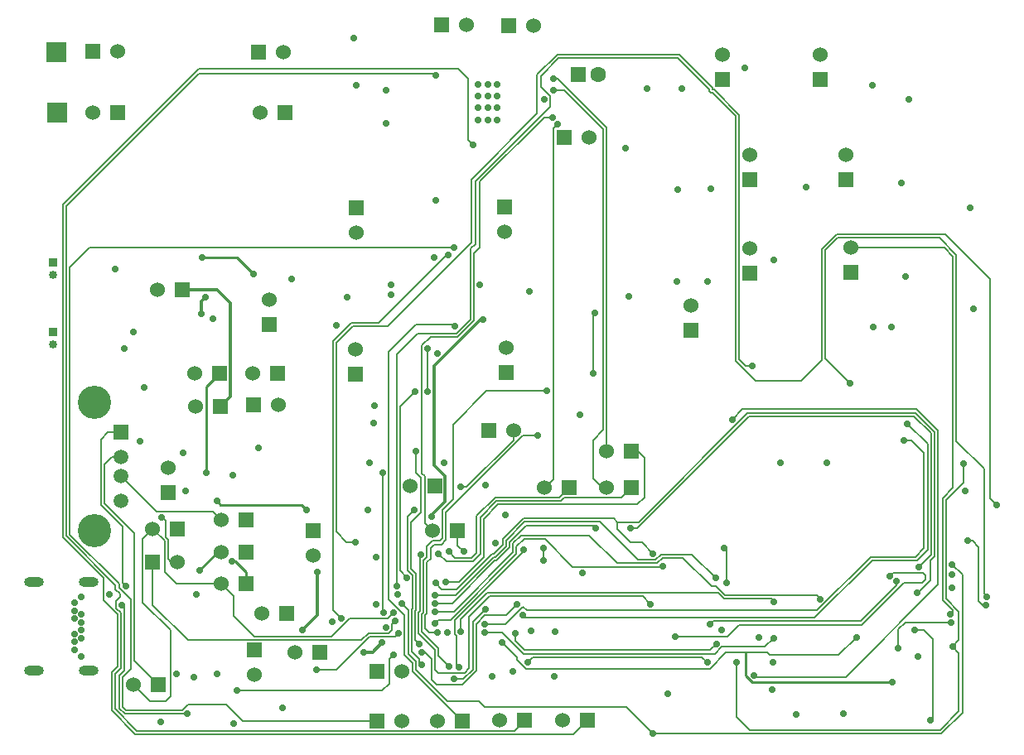
<source format=gbr>
%TF.GenerationSoftware,KiCad,Pcbnew,7.0.7*%
%TF.CreationDate,2024-11-27T13:26:37-08:00*%
%TF.ProjectId,OuterBoard_rev2.1,4f757465-7242-46f6-9172-645f72657632,rev?*%
%TF.SameCoordinates,Original*%
%TF.FileFunction,Copper,L4,Bot*%
%TF.FilePolarity,Positive*%
%FSLAX46Y46*%
G04 Gerber Fmt 4.6, Leading zero omitted, Abs format (unit mm)*
G04 Created by KiCad (PCBNEW 7.0.7) date 2024-11-27 13:26:37*
%MOMM*%
%LPD*%
G01*
G04 APERTURE LIST*
%TA.AperFunction,ComponentPad*%
%ADD10R,1.530000X1.530000*%
%TD*%
%TA.AperFunction,ComponentPad*%
%ADD11C,1.530000*%
%TD*%
%TA.AperFunction,ComponentPad*%
%ADD12C,0.700000*%
%TD*%
%TA.AperFunction,ComponentPad*%
%ADD13O,2.000000X1.000000*%
%TD*%
%TA.AperFunction,ComponentPad*%
%ADD14R,1.508000X1.508000*%
%TD*%
%TA.AperFunction,ComponentPad*%
%ADD15C,1.508000*%
%TD*%
%TA.AperFunction,ComponentPad*%
%ADD16C,3.396000*%
%TD*%
%TA.AperFunction,ComponentPad*%
%ADD17R,2.000000X2.000000*%
%TD*%
%TA.AperFunction,ComponentPad*%
%ADD18R,0.850000X0.850000*%
%TD*%
%TA.AperFunction,ComponentPad*%
%ADD19C,0.850000*%
%TD*%
%TA.AperFunction,ComponentPad*%
%ADD20R,1.600000X1.600000*%
%TD*%
%TA.AperFunction,ComponentPad*%
%ADD21C,1.600000*%
%TD*%
%TA.AperFunction,ViaPad*%
%ADD22C,0.700000*%
%TD*%
%TA.AperFunction,Conductor*%
%ADD23C,0.300000*%
%TD*%
%TA.AperFunction,Conductor*%
%ADD24C,0.254000*%
%TD*%
%TA.AperFunction,Conductor*%
%ADD25C,0.200000*%
%TD*%
G04 APERTURE END LIST*
D10*
%TO.P,J14,01,01*%
%TO.N,VCC*%
X97993200Y-89560400D03*
D11*
%TO.P,J14,02,02*%
%TO.N,Net-(U1-V_{DD})*%
X95453200Y-89560400D03*
%TD*%
D10*
%TO.P,J27,01,01*%
%TO.N,BNO_SDA*%
X117881400Y-128574800D03*
D11*
%TO.P,J27,02,02*%
%TO.N,GPIO33*%
X120421400Y-128574800D03*
%TD*%
D10*
%TO.P,J5,01,01*%
%TO.N,Net-(U2-BOUT1)*%
X124496900Y-62509400D03*
D11*
%TO.P,J5,02,02*%
%TO.N,Net-(U2-BOUT2)*%
X127036900Y-62509400D03*
%TD*%
D12*
%TO.P,U2,18_1*%
%TO.N,N/C*%
X128180000Y-68588600D03*
%TO.P,U2,18_2*%
X128180000Y-69788600D03*
%TO.P,U2,18_3*%
X128180000Y-70988600D03*
%TO.P,U2,18_4*%
X128180000Y-72188600D03*
%TO.P,U2,18_5*%
X129180000Y-68588600D03*
%TO.P,U2,18_6*%
X129180000Y-69788600D03*
%TO.P,U2,18_7*%
X129180000Y-70988600D03*
%TO.P,U2,18_8*%
X129180000Y-72188600D03*
%TO.P,U2,18_9*%
X130180000Y-68588600D03*
%TO.P,U2,18_10*%
X130180000Y-69788600D03*
%TO.P,U2,18_11*%
X130180000Y-70988600D03*
%TO.P,U2,18_12*%
X130180000Y-72188600D03*
%TD*%
D10*
%TO.P,J13,01,01*%
%TO.N,+BATT*%
X96570800Y-110298300D03*
D11*
%TO.P,J13,02,02*%
%TO.N,Net-(J13-Pad02)*%
X96570800Y-107758300D03*
%TD*%
D12*
%TO.P,J42,B1,GND__2*%
%TO.N,GND*%
X87641700Y-127052800D03*
%TO.P,J42,B2,SSTXP2*%
%TO.N,unconnected-(J42-SSTXP2-PadB2)*%
X86941700Y-126402800D03*
%TO.P,J42,B3,SSTXN2*%
%TO.N,unconnected-(J42-SSTXN2-PadB3)*%
X86941700Y-125602800D03*
%TO.P,J42,B4,VBUS__2*%
%TO.N,+5V*%
X87641700Y-125202800D03*
%TO.P,J42,B5,CC2*%
%TO.N,Net-(J42-CC2)*%
X86941700Y-124802800D03*
%TO.P,J42,B6,DP2*%
%TO.N,Net-(J42-DN2)*%
X87641700Y-124402800D03*
%TO.P,J42,B7,DN2*%
X87641700Y-123602800D03*
%TO.P,J42,B8,SBU2*%
%TO.N,unconnected-(J42-SBU2-PadB8)*%
X86941700Y-123202800D03*
%TO.P,J42,B9,VBUS__3*%
%TO.N,+5V*%
X87641700Y-122802800D03*
%TO.P,J42,B10,SSRXN1*%
%TO.N,unconnected-(J42-SSRXN1-PadB10)*%
X86941700Y-122402800D03*
%TO.P,J42,B11,SSRXP1*%
%TO.N,unconnected-(J42-SSRXP1-PadB11)*%
X86941700Y-121602800D03*
%TO.P,J42,B12,GND__3*%
%TO.N,GND*%
X87641700Y-120952800D03*
D13*
%TO.P,J42,SH1,SHIELD*%
X88441700Y-119502800D03*
%TO.P,J42,SH2,SHIELD__1*%
X88441700Y-128502800D03*
%TO.P,J42,SH3,SHIELD__2*%
X82841700Y-119502800D03*
%TO.P,J42,SH4,SHIELD__3*%
X82841700Y-128502800D03*
%TD*%
D10*
%TO.P,J16,01,01*%
%TO.N,DRV_FAULT*%
X139344400Y-133629400D03*
D11*
%TO.P,J16,02,02*%
%TO.N,GPIO37*%
X136804400Y-133629400D03*
%TD*%
D14*
%TO.P,J44,1,VCC*%
%TO.N,+5V*%
X91726100Y-104167550D03*
D15*
%TO.P,J44,2,D-*%
%TO.N,Net-(J44-D-)*%
X91726100Y-106667550D03*
%TO.P,J44,3,D+*%
%TO.N,Net-(J44-D+)*%
X91726100Y-108667550D03*
%TO.P,J44,4,GND*%
%TO.N,GND*%
X91726100Y-111167550D03*
D16*
%TO.P,J44,SH1,SHIELD*%
X89016100Y-101097550D03*
%TO.P,J44,SH2,SHIELD__1*%
X89016100Y-114237550D03*
%TD*%
D10*
%TO.P,J22,01,01*%
%TO.N,Net-(U5-VOUT)*%
X166293800Y-87805900D03*
D11*
%TO.P,J22,02,02*%
%TO.N,+1V8*%
X166293800Y-85265900D03*
%TD*%
D10*
%TO.P,J35,01,01*%
%TO.N,+3.3V*%
X108672700Y-122682000D03*
D11*
%TO.P,J35,02,02*%
%TO.N,Net-(U7-VCC)*%
X106132700Y-122682000D03*
%TD*%
D10*
%TO.P,J31,01,01*%
%TO.N,D0{slash}A0*%
X126097100Y-114249200D03*
D11*
%TO.P,J31,02,02*%
%TO.N,MOTOR2_BIN2*%
X123557100Y-114249200D03*
%TD*%
D10*
%TO.P,J9,01,01*%
%TO.N,USB_DP*%
X104495600Y-116433600D03*
D11*
%TO.P,J9,02,02*%
%TO.N,Net-(U7-USBDP)*%
X101955600Y-116433600D03*
%TD*%
D10*
%TO.P,J36,01,01*%
%TO.N,+5V*%
X111353600Y-114249200D03*
D11*
%TO.P,J36,02,02*%
%TO.N,Net-(D8-A)*%
X111353600Y-116789200D03*
%TD*%
D10*
%TO.P,J15,01,01*%
%TO.N,VCC*%
X101854000Y-101498400D03*
D11*
%TO.P,J15,02,02*%
%TO.N,Net-(U3-V_{DD})*%
X99314000Y-101498400D03*
%TD*%
D10*
%TO.P,J1,01,01*%
%TO.N,Net-(J1-Pad01)*%
X88823800Y-65227200D03*
D11*
%TO.P,J1,02,02*%
%TO.N,Net-(D1-K)*%
X91363800Y-65227200D03*
%TD*%
D10*
%TO.P,J6,01,01*%
%TO.N,Net-(U2-AOUT1)*%
X131343400Y-62534800D03*
D11*
%TO.P,J6,02,02*%
%TO.N,Net-(U2-AOUT2)*%
X133883400Y-62534800D03*
%TD*%
D10*
%TO.P,J38,01,01*%
%TO.N,+3.3V*%
X115722400Y-81229200D03*
D11*
%TO.P,J38,02,02*%
%TO.N,Net-(U8-VDD)*%
X115722400Y-83769200D03*
%TD*%
D10*
%TO.P,J46,01,01*%
%TO.N,Net-(D15-K)*%
X107746800Y-98094800D03*
D11*
%TO.P,J46,02,02*%
%TO.N,VDC*%
X105206800Y-98094800D03*
%TD*%
D10*
%TO.P,J34,01,01*%
%TO.N,Net-(U11-VCC)*%
X149961600Y-93726000D03*
D11*
%TO.P,J34,02,02*%
%TO.N,VDD_SPI*%
X149961600Y-91186000D03*
%TD*%
D10*
%TO.P,J25,01,01*%
%TO.N,BNO_INT*%
X126568200Y-133654800D03*
D11*
%TO.P,J25,02,02*%
%TO.N,GPIO35*%
X124028200Y-133654800D03*
%TD*%
D10*
%TO.P,J23,01,01*%
%TO.N,Net-(U2-VM)*%
X136996100Y-74015600D03*
D11*
%TO.P,J23,02,02*%
%TO.N,+BATT*%
X139536100Y-74015600D03*
%TD*%
D10*
%TO.P,J33,01,01*%
%TO.N,Net-(J33-Pad01)*%
X123774200Y-109687400D03*
D11*
%TO.P,J33,02,02*%
%TO.N,+3.3V*%
X121234200Y-109687400D03*
%TD*%
D10*
%TO.P,J29,01,01*%
%TO.N,D2{slash}A2*%
X143865600Y-109829600D03*
D11*
%TO.P,J29,02,02*%
%TO.N,MOTOR1_AIN2*%
X141325600Y-109829600D03*
%TD*%
D10*
%TO.P,J43,01,01*%
%TO.N,Net-(U7-USBDM)*%
X104495600Y-119634000D03*
D11*
%TO.P,J43,02,02*%
%TO.N,USB_DN*%
X101955600Y-119634000D03*
%TD*%
D10*
%TO.P,J48,01,01*%
%TO.N,USB_DP*%
X104495600Y-113131600D03*
D11*
%TO.P,J48,02,02*%
%TO.N,Net-(J44-D+)*%
X101955600Y-113131600D03*
%TD*%
D10*
%TO.P,J3,01,01*%
%TO.N,Net-(D3-K)*%
X105779500Y-65252600D03*
D11*
%TO.P,J3,02,02*%
%TO.N,VCC*%
X108319500Y-65252600D03*
%TD*%
D17*
%TO.P,TP1,1,1*%
%TO.N,Net-(J1-Pad01)*%
X85140800Y-65244000D03*
%TD*%
D10*
%TO.P,J2,01,01*%
%TO.N,Net-(D2-K)*%
X91389200Y-71450200D03*
D11*
%TO.P,J2,02,02*%
%TO.N,Net-(J2-Pad02)*%
X88849200Y-71450200D03*
%TD*%
D10*
%TO.P,J41,01,01*%
%TO.N,GND*%
X130886200Y-81102200D03*
D11*
%TO.P,J41,02,02*%
%TO.N,Net-(U8-PIN16)*%
X130886200Y-83642200D03*
%TD*%
D10*
%TO.P,J4,01,01*%
%TO.N,GND*%
X108444100Y-71501000D03*
D11*
%TO.P,J4,02,02*%
%TO.N,Net-(D1-A)*%
X105904100Y-71501000D03*
%TD*%
D18*
%TO.P,J7,1,1*%
%TO.N,Net-(J12-Pad02)*%
X84785200Y-86801801D03*
D19*
%TO.P,J7,2,2*%
%TO.N,GND*%
X84785200Y-88051801D03*
%TD*%
D18*
%TO.P,J8,1,1*%
%TO.N,Net-(J13-Pad02)*%
X84792401Y-93913801D03*
D19*
%TO.P,J8,2,2*%
%TO.N,GND*%
X84792401Y-95163801D03*
%TD*%
D10*
%TO.P,J51,01,01*%
%TO.N,Net-(U7-TXD)*%
X105359200Y-126441200D03*
D11*
%TO.P,J51,02,02*%
%TO.N,RX_D7*%
X105359200Y-128981200D03*
%TD*%
D10*
%TO.P,J39,01,01*%
%TO.N,GND*%
X115646200Y-98196400D03*
D11*
%TO.P,J39,02,02*%
%TO.N,Net-(U8-PIN10)*%
X115646200Y-95656400D03*
%TD*%
D17*
%TO.P,TP2,1,1*%
%TO.N,Net-(J2-Pad02)*%
X85166200Y-71450200D03*
%TD*%
D10*
%TO.P,J21,01,01*%
%TO.N,Net-(U6-VO)*%
X165760400Y-78306300D03*
D11*
%TO.P,J21,02,02*%
%TO.N,Net-(C25-Pad1)*%
X165760400Y-75766300D03*
%TD*%
D10*
%TO.P,J28,01,01*%
%TO.N,D3{slash}A3*%
X143865600Y-106095800D03*
D11*
%TO.P,J28,02,02*%
%TO.N,MOTOR1_AIN1*%
X141325600Y-106095800D03*
%TD*%
D10*
%TO.P,J26,01,01*%
%TO.N,BNO_SCL*%
X117881400Y-133654800D03*
D11*
%TO.P,J26,02,02*%
%TO.N,GPIO34*%
X120421400Y-133654800D03*
%TD*%
D10*
%TO.P,J52,01,01*%
%TO.N,TX_D6*%
X112064800Y-126644400D03*
D11*
%TO.P,J52,02,02*%
%TO.N,Net-(U7-RXD)*%
X109524800Y-126644400D03*
%TD*%
D10*
%TO.P,J32,01,01*%
%TO.N,Net-(C38-Pad1)*%
X129260600Y-103936800D03*
D11*
%TO.P,J32,02,02*%
%TO.N,Net-(J32-Pad02)*%
X131800600Y-103936800D03*
%TD*%
D10*
%TO.P,J24,01,01*%
%TO.N,DRV_SLEEP*%
X132943600Y-133629400D03*
D11*
%TO.P,J24,02,02*%
%TO.N,GPIO36*%
X130403600Y-133629400D03*
%TD*%
D10*
%TO.P,J18,01,01*%
%TO.N,VDC*%
X155930600Y-87856700D03*
D11*
%TO.P,J18,02,02*%
%TO.N,Net-(U5-EN)*%
X155930600Y-85316700D03*
%TD*%
D10*
%TO.P,J17,01,01*%
%TO.N,VDC*%
X153187400Y-68095500D03*
D11*
%TO.P,J17,02,02*%
%TO.N,Net-(U4-EN)*%
X153187400Y-65555500D03*
%TD*%
D10*
%TO.P,J45,01,01*%
%TO.N,+5V*%
X105257600Y-101346000D03*
D11*
%TO.P,J45,02,02*%
%TO.N,Net-(D15-A)*%
X107797600Y-101346000D03*
%TD*%
D10*
%TO.P,J30,01,01*%
%TO.N,D1{slash}A1*%
X137541000Y-109829600D03*
D11*
%TO.P,J30,02,02*%
%TO.N,MOTOR2_BIN1*%
X135001000Y-109829600D03*
%TD*%
D10*
%TO.P,J49,01,01*%
%TO.N,Net-(J42-DN1)*%
X97485200Y-114046000D03*
D11*
%TO.P,J49,02,02*%
%TO.N,USB_DN*%
X94945200Y-114046000D03*
%TD*%
D10*
%TO.P,J50,01,01*%
%TO.N,USB_DP*%
X94945200Y-117398800D03*
D11*
%TO.P,J50,02,02*%
%TO.N,Net-(J42-DN2)*%
X97485200Y-117398800D03*
%TD*%
D10*
%TO.P,J20,01,01*%
%TO.N,Net-(U4-VOUT)*%
X163195000Y-68095500D03*
D11*
%TO.P,J20,02,02*%
%TO.N,+3.3V*%
X163195000Y-65555500D03*
%TD*%
D20*
%TO.P,C6,1*%
%TO.N,+BATT*%
X138436600Y-67538600D03*
D21*
%TO.P,C6,2*%
%TO.N,GND*%
X140436600Y-67538600D03*
%TD*%
D10*
%TO.P,J12,01,01*%
%TO.N,+BATT*%
X101803200Y-98094800D03*
D11*
%TO.P,J12,02,02*%
%TO.N,Net-(J12-Pad02)*%
X99263200Y-98094800D03*
%TD*%
D10*
%TO.P,J19,01,01*%
%TO.N,VDC*%
X156006800Y-78306300D03*
D11*
%TO.P,J19,02,02*%
%TO.N,Net-(U6-VI)*%
X156006800Y-75766300D03*
%TD*%
D10*
%TO.P,J47,01,01*%
%TO.N,Net-(J44-D-)*%
X95504000Y-129946400D03*
D11*
%TO.P,J47,02,02*%
%TO.N,USB_DN*%
X92964000Y-129946400D03*
%TD*%
D10*
%TO.P,J37,01,01*%
%TO.N,Net-(D8-K)*%
X106832400Y-93167200D03*
D11*
%TO.P,J37,02,02*%
%TO.N,VDC*%
X106832400Y-90627200D03*
%TD*%
D10*
%TO.P,J40,01,01*%
%TO.N,GND*%
X131038600Y-98018600D03*
D11*
%TO.P,J40,02,02*%
%TO.N,Net-(U8-PIN15)*%
X131038600Y-95478600D03*
%TD*%
D22*
%TO.N,GND*%
X131013200Y-112572800D03*
X124026937Y-96132737D03*
X171500800Y-78689200D03*
X128981200Y-109524800D03*
X117652800Y-101396800D03*
X98094800Y-106222800D03*
X93014800Y-93929200D03*
X178003200Y-110134400D03*
X124714000Y-107238800D03*
X123698000Y-86258400D03*
X158394400Y-86512400D03*
X90517900Y-120751600D03*
X158343600Y-127711200D03*
X143306800Y-75133200D03*
X148996400Y-68986400D03*
X148640800Y-79349600D03*
X93675200Y-105105200D03*
X94081600Y-99568000D03*
X109169200Y-88442800D03*
X101142800Y-92506800D03*
X113741200Y-93218000D03*
X118770400Y-69138800D03*
X172212000Y-70104000D03*
X159105600Y-107238800D03*
X161747200Y-79044800D03*
X143611600Y-90271600D03*
X115722400Y-68630800D03*
X115519200Y-63855600D03*
X171856400Y-88188800D03*
X117805200Y-121767600D03*
X168605200Y-93370400D03*
X105765600Y-105714800D03*
X129999103Y-115521103D03*
X97383600Y-128879600D03*
X91084400Y-87426800D03*
X138582400Y-102362000D03*
X92049600Y-95605600D03*
X118821200Y-72542400D03*
X128371600Y-89052400D03*
X145491200Y-69037200D03*
X134932500Y-70111700D03*
X116941600Y-112064800D03*
X160731200Y-132994400D03*
X155498800Y-66903600D03*
X135991600Y-129082800D03*
X117094000Y-107238800D03*
X133451600Y-89763600D03*
X173177200Y-127101600D03*
X99415600Y-120751600D03*
X168503600Y-68681600D03*
X119329200Y-89052400D03*
X113284000Y-123545600D03*
X117805200Y-116890800D03*
X178511200Y-81229200D03*
X103225600Y-133908800D03*
X151688800Y-88696800D03*
X101549200Y-128879600D03*
X156870400Y-125178900D03*
X165506400Y-132943600D03*
X158292800Y-130505200D03*
X123850400Y-80416000D03*
X114858800Y-90322400D03*
X99161600Y-129184400D03*
X138836400Y-118567200D03*
X125069600Y-124612400D03*
X151993600Y-79248000D03*
X163830000Y-107289600D03*
X176631600Y-120091200D03*
X148488400Y-88747600D03*
X178866800Y-91541600D03*
X136042400Y-124510800D03*
X95758000Y-133756400D03*
%TO.N,+BATT*%
X100431600Y-108305600D03*
%TO.N,VDC*%
X105257600Y-87985600D03*
X100025200Y-86309200D03*
%TO.N,Net-(D7-K)*%
X180131484Y-121848810D03*
X178257200Y-115265200D03*
%TO.N,+3.3V*%
X147574000Y-130860800D03*
X108204000Y-132334000D03*
X170484800Y-93421200D03*
X131775200Y-128574800D03*
X129641600Y-129082800D03*
X117500400Y-103174800D03*
X120029097Y-120737696D03*
X103124000Y-108508800D03*
X133604000Y-124460000D03*
X119329200Y-90119200D03*
X153111200Y-124409200D03*
X118819300Y-124110500D03*
X98348800Y-110134400D03*
%TO.N,CAM_RESET*%
X172821600Y-124409200D03*
X174396400Y-133604000D03*
%TO.N,+1V8*%
X176479200Y-122732800D03*
%TO.N,Net-(U8-CAP)*%
X123035500Y-100025200D03*
X123035500Y-95605600D03*
%TO.N,Net-(U9-XTAL_N)*%
X134874000Y-115976400D03*
X134874000Y-117244300D03*
%TO.N,+5V*%
X92184300Y-119881808D03*
%TO.N,IO21{slash}USER_LED*%
X120091200Y-124714000D03*
X111658400Y-128473200D03*
%TO.N,USB_DP*%
X119714017Y-123475991D03*
%TO.N,USB_DN*%
X119532400Y-122631200D03*
%TO.N,MTDO{slash}IO40{slash}CAM_SDA*%
X133299200Y-127679300D03*
X151638000Y-127709100D03*
X177800000Y-107342500D03*
X176682400Y-126085600D03*
X154635200Y-127711200D03*
%TO.N,MTCK{slash}IO39{slash}CAM_SCL*%
X132010300Y-124756375D03*
X180212900Y-120980100D03*
X152552400Y-125780800D03*
X166243000Y-99187000D03*
%TO.N,IO38{slash}DVP_VSYNC*%
X170535600Y-129743200D03*
X130657600Y-125628400D03*
X166878000Y-125120400D03*
%TO.N,Net-(J10-Pad8)*%
X176580800Y-123596400D03*
X171145200Y-126238000D03*
%TO.N,IO47{slash}DVP_HREF*%
X158394400Y-125222000D03*
X128909699Y-124622098D03*
%TO.N,IO48{slash}DVP_Y9*%
X126447059Y-124570201D03*
X158445200Y-121462800D03*
%TO.N,IO10{slash}XMCLK*%
X120922900Y-119024400D03*
X153568400Y-119583200D03*
X121767600Y-99974400D03*
X153314400Y-116027200D03*
%TO.N,IO11{slash}DVP_Y8*%
X173075600Y-120548400D03*
X146100800Y-116586000D03*
X123850400Y-119532400D03*
%TO.N,IO12{slash}DVP_Y7*%
X122381571Y-116691971D03*
X145846800Y-121767100D03*
%TO.N,IO13{slash}DVP_PCLK*%
X123815398Y-120814097D03*
X170992800Y-119380000D03*
X151942800Y-123799600D03*
X152469955Y-119069061D03*
%TO.N,IO14{slash}DVP_Y6*%
X170281600Y-118872000D03*
X119914480Y-119893540D03*
X181205700Y-111607600D03*
X148386800Y-125069600D03*
X176631600Y-118668800D03*
%TO.N,IO15{slash}DVP_Y2*%
X123815398Y-121666000D03*
X143782250Y-113950798D03*
X173278800Y-117908900D03*
X140258800Y-113933500D03*
%TO.N,IO16{slash}DVP_Y5*%
X146100800Y-134975600D03*
X176631600Y-117652800D03*
X120389808Y-121672192D03*
%TO.N,IO17{slash}DVP_Y3*%
X163169600Y-121208800D03*
X123815398Y-122517903D03*
%TO.N,IO18{slash}DVP_Y4*%
X123761263Y-123702061D03*
X147091400Y-117881400D03*
%TO.N,CHIP_EN*%
X156260800Y-97332800D03*
X115671600Y-115366800D03*
%TO.N,MTDI{slash}IO41{slash}PDM_DATA*%
X171754800Y-105005700D03*
X128871900Y-123755545D03*
%TO.N,MTMS{slash}IO42{slash}PDM_CLK*%
X172059600Y-103276400D03*
X132740400Y-122883100D03*
%TO.N,Net-(U1-PROG)*%
X99923600Y-92049600D03*
X100330000Y-90322400D03*
%TO.N,Net-(R6-Pad1)*%
X156413200Y-129024300D03*
X154178000Y-102870000D03*
%TO.N,Net-(R13-Pad2)*%
X110642400Y-112064800D03*
X101498400Y-111150400D03*
%TO.N,DRV_FAULT*%
X127660400Y-74777600D03*
%TO.N,BNO_SCL*%
X125780800Y-85293200D03*
%TO.N,BNO_SDA*%
X114198400Y-123190000D03*
X125171200Y-86055200D03*
%TO.N,DRV_SLEEP*%
X123850400Y-67614800D03*
%TO.N,BNO_INT*%
X125815918Y-93347018D03*
%TO.N,MOTOR1_AIN1*%
X135940800Y-67970400D03*
%TO.N,D3{slash}A3*%
X124917200Y-119476400D03*
%TO.N,MOTOR1_AIN2*%
X135940800Y-69138800D03*
%TO.N,D2{slash}A2*%
X124155200Y-116586000D03*
%TO.N,MOTOR2_BIN1*%
X136347200Y-72644000D03*
%TO.N,D1{slash}A1*%
X125219269Y-116373148D03*
%TO.N,MOTOR2_BIN2*%
X135788400Y-71932800D03*
%TO.N,D0{slash}A0*%
X126734701Y-116358674D03*
%TO.N,Net-(U9-U0TXD)*%
X128930400Y-122275600D03*
X125730000Y-129395300D03*
%TO.N,RX_D7*%
X119532400Y-126898400D03*
X132181600Y-121737300D03*
X103581200Y-130556000D03*
X122410439Y-126699351D03*
%TO.N,VDD_SPI*%
X111810800Y-118465600D03*
X118414800Y-125679200D03*
X116484400Y-126644400D03*
X128727200Y-92600400D03*
X123494800Y-112776000D03*
X110236000Y-124409200D03*
%TO.N,SPIHD*%
X121876400Y-106121200D03*
X122180192Y-125823900D03*
%TO.N,SPIWP*%
X124053600Y-124612400D03*
X134315200Y-104495600D03*
%TO.N,SPICS0*%
X118465600Y-108254800D03*
X118516400Y-122580400D03*
%TO.N,SPICLK*%
X122461146Y-127903651D03*
X121666000Y-112115600D03*
%TO.N,SPIQ*%
X140004800Y-98094800D03*
X125237743Y-128141966D03*
X135229600Y-99923600D03*
X140106400Y-91948000D03*
%TO.N,SPID*%
X132898992Y-116185792D03*
X126239500Y-128168400D03*
%TO.N,Net-(J32-Pad02)*%
X126390400Y-109728000D03*
%TO.N,Net-(J42-CC1)*%
X98501200Y-132943600D03*
X91803729Y-121876988D03*
%TO.N,Net-(U7-USBDP)*%
X99720400Y-118313200D03*
%TO.N,Net-(U7-USBDM)*%
X103022400Y-117348000D03*
%TO.N,Net-(J42-DN2)*%
X95859600Y-112877600D03*
%TD*%
D23*
%TO.N,VCC*%
X102870600Y-90932600D02*
X102870600Y-100481800D01*
X101498400Y-89560400D02*
X102870600Y-90932600D01*
X97993200Y-89560400D02*
X101498400Y-89560400D01*
X102870600Y-100481800D02*
X101854000Y-101498400D01*
D24*
%TO.N,+BATT*%
X100431600Y-99466400D02*
X101803200Y-98094800D01*
X100431600Y-108305600D02*
X100431600Y-99466400D01*
%TO.N,VDC*%
X105257600Y-87985600D02*
X103581200Y-86309200D01*
X103581200Y-86309200D02*
X100025200Y-86309200D01*
D25*
%TO.N,Net-(D7-K)*%
X179324000Y-121412000D02*
X179760810Y-121848810D01*
X178714400Y-115265200D02*
X179324000Y-115874800D01*
X178257200Y-115265200D02*
X178714400Y-115265200D01*
X179324000Y-115874800D02*
X179324000Y-121412000D01*
X179760810Y-121848810D02*
X180131484Y-121848810D01*
%TO.N,CAM_RESET*%
X174650400Y-133350000D02*
X174396400Y-133604000D01*
X173736000Y-124409200D02*
X174650400Y-125323600D01*
X174650400Y-125323600D02*
X174650400Y-133350000D01*
X172821600Y-124409200D02*
X173736000Y-124409200D01*
%TO.N,+1V8*%
X175842300Y-85265900D02*
X166293800Y-85265900D01*
X175669600Y-110902832D02*
X176733200Y-109839232D01*
X176733200Y-122478800D02*
X176733200Y-122367568D01*
X176479200Y-122732800D02*
X176733200Y-122478800D01*
X176733200Y-86156800D02*
X175842300Y-85265900D01*
X175669600Y-121303968D02*
X175669600Y-110902832D01*
X176733200Y-122367568D02*
X175669600Y-121303968D01*
X176733200Y-109839232D02*
X176733200Y-86156800D01*
%TO.N,Net-(U8-CAP)*%
X123035500Y-95605600D02*
X123035500Y-100025200D01*
%TO.N,Net-(U9-XTAL_N)*%
X134874000Y-115976400D02*
X134874000Y-117244300D01*
%TO.N,+5V*%
X91862600Y-113808200D02*
X89662000Y-111607600D01*
X89662000Y-104902000D02*
X90396450Y-104167550D01*
X92184300Y-119881808D02*
X91862600Y-119560108D01*
X91862600Y-119560108D02*
X91862600Y-113808200D01*
X90396450Y-104167550D02*
X91726100Y-104167550D01*
X89662000Y-111607600D02*
X89662000Y-104902000D01*
%TO.N,IO21{slash}USER_LED*%
X120091200Y-124714000D02*
X119740400Y-125064800D01*
X113741200Y-128473200D02*
X111658400Y-128473200D01*
X119740400Y-125064800D02*
X117149600Y-125064800D01*
X117149600Y-125064800D02*
X113741200Y-128473200D01*
%TO.N,USB_DP*%
X94945200Y-121818400D02*
X94945200Y-117398800D01*
X116292232Y-125423800D02*
X98550600Y-125423800D01*
X119069323Y-124712400D02*
X117003632Y-124712400D01*
X119421700Y-124360023D02*
X119069323Y-124712400D01*
X119421700Y-123768308D02*
X119421700Y-124360023D01*
X117003632Y-124712400D02*
X116292232Y-125423800D01*
X119714017Y-123475991D02*
X119421700Y-123768308D01*
X98550600Y-125423800D02*
X94945200Y-121818400D01*
%TO.N,USB_DN*%
X113231400Y-125071400D02*
X105361000Y-125071400D01*
X115086700Y-123216100D02*
X113231400Y-125071400D01*
X119532400Y-122631200D02*
X118947500Y-123216100D01*
X96266000Y-131673600D02*
X96774000Y-131165600D01*
X118947500Y-123216100D02*
X115086700Y-123216100D01*
X92964000Y-129946400D02*
X94691200Y-131673600D01*
X103225600Y-120904000D02*
X101955600Y-119634000D01*
X94691200Y-131673600D02*
X96266000Y-131673600D01*
X105361000Y-125071400D02*
X103225600Y-122936000D01*
X93927800Y-115063400D02*
X94945200Y-114046000D01*
X93927800Y-121563000D02*
X93927800Y-115063400D01*
X96774000Y-131165600D02*
X96774000Y-124409200D01*
X94945200Y-114046000D02*
X96164400Y-115265200D01*
X96774000Y-124409200D02*
X93927800Y-121563000D01*
X103225600Y-122936000D02*
X103225600Y-120904000D01*
X96164400Y-115265200D02*
X96164400Y-118414800D01*
X97383600Y-119634000D02*
X101955600Y-119634000D01*
X96164400Y-118414800D02*
X97383600Y-119634000D01*
%TO.N,MTDO{slash}IO40{slash}CAM_SDA*%
X133299200Y-127679300D02*
X133826100Y-127152400D01*
X151081300Y-127152400D02*
X151638000Y-127709100D01*
X175418832Y-134623200D02*
X177346000Y-132696032D01*
X177800000Y-107342500D02*
X177800000Y-109270800D01*
X177346000Y-126749200D02*
X176682400Y-126085600D01*
X177346000Y-132696032D02*
X177346000Y-126749200D01*
X177346000Y-125422000D02*
X176682400Y-126085600D01*
X177346000Y-122482000D02*
X177346000Y-125422000D01*
X154635200Y-127711200D02*
X154635200Y-133299200D01*
X133826100Y-127152400D02*
X151081300Y-127152400D01*
X155959200Y-134623200D02*
X175418832Y-134623200D01*
X176022000Y-111048800D02*
X176022000Y-121158000D01*
X176022000Y-121158000D02*
X177346000Y-122482000D01*
X154635200Y-133299200D02*
X155959200Y-134623200D01*
X177800000Y-109270800D02*
X176022000Y-111048800D01*
%TO.N,MTCK{slash}IO39{slash}CAM_SCL*%
X166243000Y-99187000D02*
X163677600Y-96621600D01*
X175323268Y-84248500D02*
X177085600Y-86010832D01*
X152552400Y-125780800D02*
X151885600Y-126447600D01*
X163677600Y-85547200D02*
X164976300Y-84248500D01*
X177085600Y-105051200D02*
X179930400Y-107896000D01*
X177085600Y-86010832D02*
X177085600Y-105051200D01*
X132010300Y-125476364D02*
X132010300Y-124756375D01*
X179930400Y-120697600D02*
X180212900Y-120980100D01*
X151885600Y-126447600D02*
X132981536Y-126447600D01*
X132981536Y-126447600D02*
X132010300Y-125476364D01*
X164976300Y-84248500D02*
X175323268Y-84248500D01*
X163677600Y-96621600D02*
X163677600Y-85547200D01*
X179930400Y-107896000D02*
X179930400Y-120697600D01*
%TO.N,IO38{slash}DVP_VSYNC*%
X132181600Y-127152400D02*
X132181600Y-127413623D01*
X157992477Y-126942000D02*
X165056400Y-126942000D01*
X155600400Y-126695200D02*
X155549600Y-126695200D01*
D24*
X170535600Y-129743200D02*
X170465000Y-129813800D01*
D25*
X130657600Y-125628400D02*
X132181600Y-127152400D01*
X132181600Y-127413623D02*
X133088777Y-128320800D01*
X151878223Y-128320800D02*
X153503823Y-126695200D01*
D24*
X170535600Y-129743200D02*
X156241993Y-129743200D01*
D25*
X165056400Y-126942000D02*
X166878000Y-125120400D01*
X155600400Y-126695200D02*
X155702000Y-126695200D01*
X133088777Y-128320800D02*
X151878223Y-128320800D01*
X157745677Y-126695200D02*
X157992477Y-126942000D01*
X155702000Y-126695200D02*
X157745677Y-126695200D01*
X153503823Y-126695200D02*
X155600400Y-126695200D01*
D24*
X156241993Y-129743200D02*
X155549600Y-129050807D01*
X155549600Y-129050807D02*
X155549600Y-126695200D01*
D25*
%TO.N,Net-(J10-Pad8)*%
X171145200Y-124307600D02*
X171856400Y-123596400D01*
X171856400Y-123596400D02*
X176580800Y-123596400D01*
X171145200Y-126238000D02*
X171145200Y-124307600D01*
%TO.N,IO47{slash}DVP_HREF*%
X157530800Y-126085600D02*
X158394400Y-125222000D01*
X128909699Y-124622098D02*
X130657666Y-124622098D01*
X130657666Y-124622098D02*
X132835568Y-126800000D01*
X132835568Y-126800000D02*
X152385123Y-126800000D01*
X153099523Y-126085600D02*
X157530800Y-126085600D01*
X152385123Y-126800000D02*
X153099523Y-126085600D01*
%TO.N,IO48{slash}DVP_Y9*%
X126447059Y-123276109D02*
X129123968Y-120599200D01*
X152714432Y-120599200D02*
X153320832Y-121205600D01*
X129123968Y-120599200D02*
X152714432Y-120599200D01*
X153320832Y-121205600D02*
X158188000Y-121205600D01*
X126447059Y-124570201D02*
X126447059Y-123276109D01*
X158188000Y-121205600D02*
X158445200Y-121462800D01*
%TO.N,IO10{slash}XMCLK*%
X153568400Y-116281200D02*
X153568400Y-119583200D01*
X120216800Y-118318300D02*
X120216800Y-101525200D01*
X153314400Y-116027200D02*
X153568400Y-116281200D01*
X120922900Y-119024400D02*
X120216800Y-118318300D01*
X120216800Y-101525200D02*
X121767600Y-99974400D01*
%TO.N,IO11{slash}DVP_Y8*%
X144584832Y-113336400D02*
X155759232Y-102162000D01*
X173142768Y-120548400D02*
X173075600Y-120548400D01*
X172885232Y-102162000D02*
X174844000Y-104120768D01*
X174844000Y-104120768D02*
X174844000Y-116842068D01*
X174396400Y-119294768D02*
X173142768Y-120548400D01*
X142086000Y-112979200D02*
X142443200Y-113336400D01*
X124510800Y-120192800D02*
X126025168Y-120192800D01*
X142443200Y-113336400D02*
X144584832Y-113336400D01*
X143814800Y-115417600D02*
X142443200Y-114046000D01*
X174844000Y-116842068D02*
X174396400Y-117289668D01*
X174396400Y-117289668D02*
X174396400Y-119294768D01*
X146100800Y-116586000D02*
X144932400Y-115417600D01*
X142443200Y-114046000D02*
X142443200Y-113336400D01*
X130718000Y-115081295D02*
X132820095Y-112979200D01*
X129639168Y-116578800D02*
X129792623Y-116578800D01*
X129792623Y-116578800D02*
X130718000Y-115653423D01*
X126025168Y-120192800D02*
X129639168Y-116578800D01*
X144932400Y-115417600D02*
X143814800Y-115417600D01*
X155759232Y-102162000D02*
X172885232Y-102162000D01*
X130718000Y-115653423D02*
X130718000Y-115081295D01*
X123850400Y-119532400D02*
X124510800Y-120192800D01*
X132820095Y-112979200D02*
X142086000Y-112979200D01*
%TO.N,IO12{slash}DVP_Y7*%
X129402477Y-120951600D02*
X145031300Y-120951600D01*
X127304800Y-123049277D02*
X129402477Y-120951600D01*
X145031300Y-120951600D02*
X145846800Y-121767100D01*
X123783647Y-126374447D02*
X123783647Y-128457247D01*
X123783647Y-128457247D02*
X124104400Y-128778000D01*
X122110400Y-122587179D02*
X122110400Y-124701200D01*
X122269200Y-116804342D02*
X122269200Y-122428379D01*
X124104400Y-128778000D02*
X126806432Y-128778000D01*
X122269200Y-122428379D02*
X122110400Y-122587179D01*
X122381571Y-116691971D02*
X122269200Y-116804342D01*
X122110400Y-124701200D02*
X123783647Y-126374447D01*
X127304800Y-128279632D02*
X127304800Y-123049277D01*
X126806432Y-128778000D02*
X127304800Y-128279632D01*
%TO.N,IO13{slash}DVP_PCLK*%
X140662000Y-113331600D02*
X144532400Y-117202000D01*
X132966063Y-113331600D02*
X140662000Y-113331600D01*
X146336723Y-117202000D02*
X146901923Y-116636800D01*
X167319136Y-123491600D02*
X152250800Y-123491600D01*
X123815398Y-120814097D02*
X125902239Y-120814097D01*
X146901923Y-116636800D02*
X150037694Y-116636800D01*
X170992800Y-119817936D02*
X167319136Y-123491600D01*
X144532400Y-117202000D02*
X146336723Y-117202000D01*
X152250800Y-123491600D02*
X151942800Y-123799600D01*
X129938591Y-116931200D02*
X131070400Y-115799391D01*
X150037694Y-116636800D02*
X152469955Y-119069061D01*
X131070400Y-115227263D02*
X132966063Y-113331600D01*
X125902239Y-120814097D02*
X129785136Y-116931200D01*
X170992800Y-119380000D02*
X170992800Y-119817936D01*
X129785136Y-116931200D02*
X129938591Y-116931200D01*
X131070400Y-115799391D02*
X131070400Y-115227263D01*
%TO.N,IO14{slash}DVP_Y6*%
X122003338Y-94034000D02*
X125980152Y-94034000D01*
X156588800Y-98906000D02*
X161190000Y-98906000D01*
X170281600Y-118872000D02*
X170642300Y-118511300D01*
X173611200Y-119581600D02*
X171727504Y-119581600D01*
X175961843Y-83896100D02*
X180543200Y-88477457D01*
X119864400Y-96172938D02*
X122003338Y-94034000D01*
X173937600Y-119255200D02*
X173611200Y-119581600D01*
X163325200Y-85401232D02*
X164830332Y-83896100D01*
X173937600Y-118793600D02*
X173937600Y-119255200D01*
X152024031Y-69465300D02*
X152177332Y-69465300D01*
X127416800Y-92597352D02*
X127416800Y-85384400D01*
X154536800Y-71824768D02*
X154536800Y-96854000D01*
X171727504Y-119581600D02*
X167406304Y-123902800D01*
X154536800Y-96854000D02*
X156588800Y-98906000D01*
X152177332Y-69465300D02*
X154536800Y-71824768D01*
X151817600Y-69258869D02*
X152024031Y-69465300D01*
X173655300Y-118511300D02*
X173937600Y-118793600D01*
X161190000Y-98906000D02*
X163325200Y-96770800D01*
X134597400Y-68836800D02*
X134597400Y-67729368D01*
X125980152Y-94034000D02*
X127416800Y-92597352D01*
X127914400Y-84886800D02*
X127914400Y-78460000D01*
X180543200Y-88477457D02*
X180543200Y-110945100D01*
X119864400Y-119843460D02*
X119864400Y-96172938D01*
X135534400Y-70840000D02*
X135534400Y-69773800D01*
X127914400Y-78460000D02*
X135534400Y-70840000D01*
X148596432Y-65884400D02*
X151817600Y-69105568D01*
X164830332Y-83896100D02*
X175961843Y-83896100D01*
X163325200Y-96770800D02*
X163325200Y-85401232D01*
X136442368Y-65884400D02*
X148596432Y-65884400D01*
X154889200Y-123902800D02*
X153722400Y-125069600D01*
X151817600Y-69105568D02*
X151817600Y-69258869D01*
X180543200Y-110945100D02*
X181205700Y-111607600D01*
X170642300Y-118511300D02*
X173655300Y-118511300D01*
X153722400Y-125069600D02*
X148386800Y-125069600D01*
X134597400Y-67729368D02*
X136442368Y-65884400D01*
X135534400Y-69773800D02*
X134597400Y-68836800D01*
X119914480Y-119893540D02*
X119864400Y-119843460D01*
X167406304Y-123902800D02*
X154889200Y-123902800D01*
X127416800Y-85384400D02*
X127914400Y-84886800D01*
%TO.N,IO15{slash}DVP_Y2*%
X174491600Y-116696100D02*
X173278800Y-117908900D01*
X131422800Y-115945359D02*
X131422800Y-115373231D01*
X129931104Y-117283600D02*
X130084559Y-117283600D01*
X144468802Y-113950798D02*
X155905200Y-102514400D01*
X155905200Y-102514400D02*
X172739264Y-102514400D01*
X143782250Y-113950798D02*
X143782250Y-113824550D01*
X123815398Y-121666000D02*
X125548704Y-121666000D01*
X125548704Y-121666000D02*
X129931104Y-117283600D01*
X174491600Y-104266736D02*
X174491600Y-116696100D01*
X143782250Y-113950798D02*
X144468802Y-113950798D01*
X131422800Y-115373231D02*
X133112031Y-113684000D01*
X172739264Y-102514400D02*
X174491600Y-104266736D01*
X140009300Y-113684000D02*
X140258800Y-113933500D01*
X130084559Y-117283600D02*
X131422800Y-115945359D01*
X133112031Y-113684000D02*
X140009300Y-113684000D01*
%TO.N,IO16{slash}DVP_Y5*%
X125034568Y-131622800D02*
X128270000Y-131622800D01*
X121053200Y-122335584D02*
X121053200Y-126803232D01*
X128270000Y-131622800D02*
X128879600Y-132232400D01*
X121859246Y-128447478D02*
X125034568Y-131622800D01*
X176631600Y-117652800D02*
X177698400Y-118719600D01*
X121053200Y-126803232D02*
X121859246Y-127609278D01*
X177698400Y-118719600D02*
X177698400Y-132842000D01*
X121859246Y-127609278D02*
X121859246Y-128447478D01*
X143357600Y-132232400D02*
X146100800Y-134975600D01*
X128879600Y-132232400D02*
X143357600Y-132232400D01*
X175564800Y-134975600D02*
X146100800Y-134975600D01*
X177698400Y-132842000D02*
X175564800Y-134975600D01*
X120389808Y-121672192D02*
X121053200Y-122335584D01*
%TO.N,IO17{slash}DVP_Y3*%
X146482691Y-117554400D02*
X147047891Y-116989200D01*
X131775200Y-116452864D02*
X131775200Y-115519200D01*
X153466800Y-120853200D02*
X162814000Y-120853200D01*
X125710161Y-122517903D02*
X131775200Y-116452864D01*
X162814000Y-120853200D02*
X163169600Y-121208800D01*
X149145600Y-116989200D02*
X152049953Y-119893553D01*
X152507153Y-119893553D02*
X153466800Y-120853200D01*
X147047891Y-116989200D02*
X149145600Y-116989200D01*
X132584800Y-114709600D02*
X139550800Y-114709600D01*
X142395600Y-117554400D02*
X146482691Y-117554400D01*
X123815398Y-122517903D02*
X125710161Y-122517903D01*
X139550800Y-114709600D02*
X142395600Y-117554400D01*
X152049953Y-119893553D02*
X152507153Y-119893553D01*
X131775200Y-115519200D02*
X132584800Y-114709600D01*
%TO.N,IO18{slash}DVP_Y4*%
X147066000Y-117906800D02*
X147091400Y-117881400D01*
X124116092Y-123347232D02*
X125379200Y-123347232D01*
X135026400Y-115062000D02*
X137871200Y-117906800D01*
X132132400Y-115847200D02*
X132917600Y-115062000D01*
X137871200Y-117906800D02*
X147066000Y-117906800D01*
X132917600Y-115062000D02*
X135026400Y-115062000D01*
X125379200Y-123347232D02*
X132132400Y-116594032D01*
X132132400Y-116594032D02*
X132132400Y-115847200D01*
X123761263Y-123702061D02*
X124116092Y-123347232D01*
%TO.N,CHIP_EN*%
X127508000Y-78282800D02*
X127508000Y-84785200D01*
X113738000Y-114347600D02*
X114757200Y-115366800D01*
X154889200Y-96708032D02*
X154889200Y-71678800D01*
X114757200Y-115366800D02*
X115671600Y-115366800D01*
X118976800Y-93316400D02*
X115411168Y-93316400D01*
X134245000Y-71545800D02*
X127508000Y-78282800D01*
X152323300Y-69112900D02*
X152170000Y-69112900D01*
X156260800Y-97332800D02*
X155513968Y-97332800D01*
X152170000Y-69112900D02*
X152170000Y-68959600D01*
X127508000Y-84785200D02*
X118976800Y-93316400D01*
X152170000Y-68959600D02*
X148742400Y-65532000D01*
X115411168Y-93316400D02*
X113738000Y-94989568D01*
X134245000Y-67583400D02*
X134245000Y-71545800D01*
X154889200Y-71678800D02*
X152323300Y-69112900D01*
X148742400Y-65532000D02*
X136296400Y-65532000D01*
X113738000Y-94989568D02*
X113738000Y-114347600D01*
X136296400Y-65532000D02*
X134245000Y-67583400D01*
X155513968Y-97332800D02*
X154889200Y-96708032D01*
%TO.N,MTDI{slash}IO41{slash}PDM_DATA*%
X173786800Y-116027200D02*
X173786800Y-106273600D01*
X133166677Y-122369500D02*
X162860823Y-122369500D01*
X131015278Y-123755545D02*
X132784000Y-121986823D01*
X172923200Y-116890800D02*
X173786800Y-116027200D01*
X168339523Y-116890800D02*
X172923200Y-116890800D01*
X128871900Y-123755545D02*
X131015278Y-123755545D01*
X173786800Y-106273600D02*
X172518900Y-105005700D01*
X172518900Y-105005700D02*
X171754800Y-105005700D01*
X162860823Y-122369500D02*
X168339523Y-116890800D01*
X132784000Y-121986823D02*
X133166677Y-122369500D01*
%TO.N,MTMS{slash}IO42{slash}PDM_CLK*%
X173069169Y-117243200D02*
X174139200Y-116173168D01*
X162589491Y-123139200D02*
X168485491Y-117243200D01*
X174139200Y-116173168D02*
X174139200Y-105356000D01*
X132740400Y-122883100D02*
X132996500Y-123139200D01*
X132996500Y-123139200D02*
X162589491Y-123139200D01*
X168485491Y-117243200D02*
X173069169Y-117243200D01*
X174139200Y-105356000D02*
X172059600Y-103276400D01*
D23*
%TO.N,Net-(U1-PROG)*%
X99923600Y-90728800D02*
X100330000Y-90322400D01*
X99923600Y-92049600D02*
X99923600Y-90728800D01*
D25*
%TO.N,Net-(R6-Pad1)*%
X175196400Y-103974800D02*
X175196400Y-119758032D01*
X156573300Y-129184400D02*
X156413200Y-129024300D01*
X165770032Y-129184400D02*
X156573300Y-129184400D01*
X154178000Y-102870000D02*
X155238400Y-101809600D01*
X155238400Y-101809600D02*
X173031200Y-101809600D01*
X175196400Y-119758032D02*
X165770032Y-129184400D01*
X173031200Y-101809600D02*
X175196400Y-103974800D01*
D24*
%TO.N,Net-(R13-Pad2)*%
X101904800Y-111556800D02*
X101498400Y-111150400D01*
X110642400Y-112064800D02*
X110134400Y-111556800D01*
X110134400Y-111556800D02*
X101904800Y-111556800D01*
D25*
%TO.N,DRV_FAULT*%
X139344400Y-133629400D02*
X137949200Y-135024600D01*
X127152400Y-67970400D02*
X127152400Y-74269600D01*
X85750400Y-114909600D02*
X85750400Y-80883232D01*
X90736816Y-132576752D02*
X90736816Y-128735216D01*
X90736816Y-128735216D02*
X91341600Y-128130432D01*
X91341600Y-128130432D02*
X91341600Y-122777168D01*
X99679232Y-66954400D02*
X126136400Y-66954400D01*
X91341600Y-122777168D02*
X89916000Y-121351568D01*
X89916000Y-119075200D02*
X85750400Y-114909600D01*
X93184664Y-135024600D02*
X90736816Y-132576752D01*
X137949200Y-135024600D02*
X93184664Y-135024600D01*
X126136400Y-66954400D02*
X127152400Y-67970400D01*
X127152400Y-74269600D02*
X127660400Y-74777600D01*
X89916000Y-121351568D02*
X89916000Y-119075200D01*
X85750400Y-80883232D02*
X99679232Y-66954400D01*
%TO.N,BNO_SCL*%
X91897200Y-129184400D02*
X91897200Y-132242032D01*
X86455200Y-114617664D02*
X91510200Y-119672664D01*
X88493600Y-85293200D02*
X86455200Y-87331600D01*
X86455200Y-87331600D02*
X86455200Y-114617664D01*
X102502723Y-132029200D02*
X104128323Y-133654800D01*
X98001677Y-132591200D02*
X98563677Y-132029200D01*
X92713200Y-121262631D02*
X92713200Y-128368400D01*
X92713200Y-128368400D02*
X91897200Y-129184400D01*
X91510200Y-120059631D02*
X92713200Y-121262631D01*
X91510200Y-119672664D02*
X91510200Y-120059631D01*
X91897200Y-132242032D02*
X92246368Y-132591200D01*
X125780800Y-85293200D02*
X88493600Y-85293200D01*
X92246368Y-132591200D02*
X98001677Y-132591200D01*
X98563677Y-132029200D02*
X102502723Y-132029200D01*
X104128323Y-133654800D02*
X117881400Y-133654800D01*
%TO.N,BNO_SDA*%
X118059200Y-92964000D02*
X115265200Y-92964000D01*
X115265200Y-92964000D02*
X113385600Y-94843600D01*
X113385600Y-122377200D02*
X114198400Y-123190000D01*
X113385600Y-94843600D02*
X113385600Y-122377200D01*
X124968000Y-86055200D02*
X118059200Y-92964000D01*
X125171200Y-86055200D02*
X124968000Y-86055200D01*
%TO.N,DRV_SLEEP*%
X91157800Y-119818632D02*
X86102800Y-114763632D01*
X91592400Y-120640199D02*
X91157800Y-120205599D01*
X99663600Y-67468400D02*
X123704000Y-67468400D01*
X123704000Y-67468400D02*
X123850400Y-67614800D01*
X86102800Y-114763632D02*
X86102800Y-81029200D01*
X91157800Y-120205599D02*
X91157800Y-119818632D01*
X131900800Y-134672200D02*
X93330632Y-134672200D01*
X91089216Y-132430784D02*
X91089216Y-128881184D01*
X91089216Y-128881184D02*
X91700400Y-128270000D01*
X91694000Y-122631200D02*
X91201329Y-122138529D01*
X132943600Y-133629400D02*
X131900800Y-134672200D01*
X91694000Y-128263600D02*
X91694000Y-122631200D01*
X91201329Y-121384994D02*
X91592400Y-120993923D01*
X93330632Y-134672200D02*
X91089216Y-132430784D01*
X91700400Y-128270000D02*
X91694000Y-128263600D01*
X91201329Y-122138529D02*
X91201329Y-121384994D01*
X86102800Y-81029200D02*
X99663600Y-67468400D01*
X91592400Y-120993923D02*
X91592400Y-120640199D01*
%TO.N,BNO_INT*%
X121830262Y-93155338D02*
X119075200Y-95910400D01*
X120700800Y-126949200D02*
X121506846Y-127755246D01*
X120700800Y-122834400D02*
X120700800Y-126949200D01*
X125815918Y-93347018D02*
X125624238Y-93155338D01*
X121506846Y-127755246D02*
X121506846Y-128593446D01*
X121506846Y-128593446D02*
X126568200Y-133654800D01*
X119075200Y-95910400D02*
X119075200Y-121208800D01*
X119075200Y-121208800D02*
X120700800Y-122834400D01*
X125624238Y-93155338D02*
X121830262Y-93155338D01*
%TO.N,MOTOR1_AIN1*%
X141325600Y-72999600D02*
X141325600Y-106095800D01*
X135940800Y-67970400D02*
X136296400Y-67970400D01*
X136296400Y-67970400D02*
X141325600Y-72999600D01*
%TO.N,D3{slash}A3*%
X144480200Y-111551800D02*
X145237200Y-110794800D01*
X128771600Y-113017136D02*
X130236936Y-111551800D01*
X126243200Y-119476400D02*
X124917200Y-119476400D01*
X144551400Y-106095800D02*
X143865600Y-106095800D01*
X145237200Y-110794800D02*
X145237200Y-106781600D01*
X128771600Y-116948000D02*
X128771600Y-113017136D01*
X130236936Y-111551800D02*
X144480200Y-111551800D01*
X126288900Y-119430700D02*
X128771600Y-116948000D01*
X126288900Y-119430700D02*
X126243200Y-119476400D01*
X145237200Y-106781600D02*
X144551400Y-106095800D01*
%TO.N,MOTOR1_AIN2*%
X140973200Y-73145568D02*
X140973200Y-103933600D01*
X140868400Y-109829600D02*
X141325600Y-109829600D01*
X135940800Y-69138800D02*
X136966432Y-69138800D01*
X140973200Y-103933600D02*
X139954000Y-104952800D01*
X139954000Y-108915200D02*
X140868400Y-109829600D01*
X139954000Y-104952800D02*
X139954000Y-108915200D01*
X136966432Y-69138800D02*
X140973200Y-73145568D01*
%TO.N,D2{slash}A2*%
X127673137Y-117376431D02*
X128419200Y-116630368D01*
X124155200Y-116586000D02*
X124945631Y-117376431D01*
X128419200Y-116630368D02*
X128419200Y-112871168D01*
X128419200Y-112871168D02*
X130090968Y-111199400D01*
X124945631Y-117376431D02*
X127673137Y-117376431D01*
X137021968Y-110847000D02*
X142848200Y-110847000D01*
X142848200Y-110847000D02*
X143865600Y-109829600D01*
X136669568Y-111199400D02*
X137021968Y-110847000D01*
X130090968Y-111199400D02*
X136669568Y-111199400D01*
%TO.N,MOTOR2_BIN1*%
X136347200Y-72644000D02*
X135890000Y-73101200D01*
X135890000Y-108940600D02*
X135001000Y-109829600D01*
X135890000Y-73101200D02*
X135890000Y-108940600D01*
%TO.N,D1{slash}A1*%
X125219269Y-116373148D02*
X125870152Y-117024031D01*
X136523600Y-110847000D02*
X137541000Y-109829600D01*
X128066800Y-116484400D02*
X128066800Y-112725200D01*
X128066800Y-112725200D02*
X129945000Y-110847000D01*
X127527169Y-117024031D02*
X128066800Y-116484400D01*
X125870152Y-117024031D02*
X127527169Y-117024031D01*
X129945000Y-110847000D02*
X136523600Y-110847000D01*
%TO.N,MOTOR2_BIN2*%
X122433100Y-95295700D02*
X122433100Y-105825977D01*
X128371600Y-85242400D02*
X127769200Y-85844800D01*
X122433100Y-105825977D02*
X122478800Y-105871677D01*
X122756800Y-113448900D02*
X123557100Y-114249200D01*
X126126120Y-94386400D02*
X123342400Y-94386400D01*
X122433100Y-108346300D02*
X122756800Y-108670000D01*
X135788400Y-71932800D02*
X134939968Y-71932800D01*
X134939968Y-71932800D02*
X128371600Y-78501168D01*
X123342400Y-94386400D02*
X122433100Y-95295700D01*
X122478800Y-105871677D02*
X122478800Y-106370723D01*
X122478800Y-106370723D02*
X122433100Y-106416423D01*
X128371600Y-78501168D02*
X128371600Y-85242400D01*
X127769200Y-85844800D02*
X127769200Y-92743320D01*
X122756800Y-108670000D02*
X122756800Y-113448900D01*
X127769200Y-92743320D02*
X126126120Y-94386400D01*
X122433100Y-106416423D02*
X122433100Y-108346300D01*
%TO.N,D0{slash}A0*%
X126097100Y-115721073D02*
X126097100Y-114249200D01*
X126734701Y-116358674D02*
X126097100Y-115721073D01*
%TO.N,Net-(U9-U0TXD)*%
X125730000Y-129395300D02*
X126687500Y-129395300D01*
X126687500Y-129395300D02*
X127657200Y-128425600D01*
X127657200Y-128425600D02*
X127657200Y-123548800D01*
X127657200Y-123548800D02*
X128930400Y-122275600D01*
%TO.N,RX_D7*%
X126583968Y-129997200D02*
X124002800Y-129997200D01*
X123431247Y-127342847D02*
X122787751Y-126699351D01*
X128009600Y-128571568D02*
X126583968Y-129997200D01*
X123431247Y-129425647D02*
X123431247Y-127342847D01*
X118414800Y-130556000D02*
X103581200Y-130556000D01*
X128886800Y-122878000D02*
X128009600Y-123755200D01*
X124002800Y-129997200D02*
X123431247Y-129425647D01*
X122787751Y-126699351D02*
X122410439Y-126699351D01*
X132181600Y-121737300D02*
X131040900Y-122878000D01*
X128009600Y-123755200D02*
X128009600Y-128571568D01*
X119126000Y-127304800D02*
X119126000Y-129844800D01*
X119126000Y-129844800D02*
X118414800Y-130556000D01*
X119532400Y-126898400D02*
X119126000Y-127304800D01*
X131040900Y-122878000D02*
X128886800Y-122878000D01*
D23*
%TO.N,VDD_SPI*%
X128481200Y-92600400D02*
X123739200Y-97342400D01*
X124841600Y-111225352D02*
X123494800Y-112572152D01*
X110236000Y-124409200D02*
X111810800Y-122834400D01*
X111810800Y-122834400D02*
X111810800Y-118465600D01*
X123494800Y-112572152D02*
X123494800Y-112776000D01*
X124841600Y-108620000D02*
X124841600Y-111225352D01*
X116484400Y-126644400D02*
X117449600Y-126644400D01*
X123739200Y-107517600D02*
X124841600Y-108620000D01*
X128727200Y-92600400D02*
X128481200Y-92600400D01*
X117449600Y-126644400D02*
X118414800Y-125679200D01*
X123739200Y-97342400D02*
X123739200Y-107517600D01*
D25*
%TO.N,SPIHD*%
X122377200Y-108788768D02*
X121876400Y-108287968D01*
X122180192Y-125823900D02*
X121758000Y-125401708D01*
X121877700Y-122321511D02*
X121877700Y-118628909D01*
X122377200Y-112369600D02*
X122377200Y-108788768D01*
X121358000Y-118109209D02*
X121358000Y-113388800D01*
X121877700Y-118628909D02*
X121358000Y-118109209D01*
X121758000Y-125401708D02*
X121758000Y-122441211D01*
X121358000Y-113388800D02*
X122377200Y-112369600D01*
X121876400Y-108287968D02*
X121876400Y-106121200D01*
X121758000Y-122441211D02*
X121877700Y-122321511D01*
%TO.N,SPIWP*%
X123336371Y-117087462D02*
X123336371Y-115972797D01*
X132756543Y-104495600D02*
X134315200Y-104495600D01*
X122974000Y-117449834D02*
X123336371Y-117087462D01*
X124053600Y-124612400D02*
X123190000Y-124612400D01*
X122815200Y-124237600D02*
X122815200Y-122879117D01*
X122974000Y-122720317D02*
X122974000Y-117449834D01*
X124452168Y-115619000D02*
X124926900Y-115144268D01*
X123190000Y-124612400D02*
X122815200Y-124237600D01*
X122815200Y-122879117D02*
X122974000Y-122720317D01*
X123336371Y-115972797D02*
X123690168Y-115619000D01*
X123690168Y-115619000D02*
X124452168Y-115619000D01*
X124926900Y-112325243D02*
X132756543Y-104495600D01*
X124926900Y-115144268D02*
X124926900Y-112325243D01*
%TO.N,SPICS0*%
X118465600Y-122529600D02*
X118516400Y-122580400D01*
X118465600Y-108254800D02*
X118465600Y-122529600D01*
%TO.N,SPICLK*%
X121525300Y-122175542D02*
X121525300Y-118774877D01*
X121525300Y-118774877D02*
X121005600Y-118255177D01*
X121005600Y-118255177D02*
X121005600Y-112776000D01*
X121005600Y-112776000D02*
X121666000Y-112115600D01*
X121405600Y-122295242D02*
X121525300Y-122175542D01*
X122211646Y-127352481D02*
X121405600Y-126546435D01*
X122211646Y-127654151D02*
X122211646Y-127352481D01*
X122461146Y-127903651D02*
X122211646Y-127654151D01*
X121405600Y-126546435D02*
X121405600Y-122295242D01*
%TO.N,SPIQ*%
X124574500Y-113827779D02*
X124561600Y-113814879D01*
X122621600Y-117294371D02*
X122631094Y-117294371D01*
X122462800Y-124555232D02*
X122462800Y-122733148D01*
X123544200Y-115266600D02*
X124306200Y-115266600D01*
X122983971Y-116941494D02*
X122983971Y-115826829D01*
X124136047Y-127040270D02*
X124136047Y-126228478D01*
X125237743Y-128141966D02*
X124136047Y-127040270D01*
X124561600Y-113814879D02*
X124561600Y-112074432D01*
X124136047Y-126228478D02*
X122462800Y-124555232D01*
X122983971Y-115826829D02*
X123544200Y-115266600D01*
X122631094Y-117294371D02*
X122983971Y-116941494D01*
X122621600Y-122574348D02*
X122621600Y-117294371D01*
X124561600Y-112074432D02*
X125628400Y-111007632D01*
X129082800Y-99923600D02*
X135229600Y-99923600D01*
X124306200Y-115266600D02*
X124574500Y-114998300D01*
X125628400Y-103378000D02*
X129082800Y-99923600D01*
X122462800Y-122733148D02*
X122621600Y-122574348D01*
X140004800Y-98094800D02*
X140004800Y-92049600D01*
X125628400Y-111007632D02*
X125628400Y-103378000D01*
X124574500Y-114998300D02*
X124574500Y-113827779D01*
X140004800Y-92049600D02*
X140106400Y-91948000D01*
%TO.N,SPID*%
X132898992Y-116325808D02*
X132898992Y-116185792D01*
X126239500Y-128168400D02*
X126034800Y-127963700D01*
X126034800Y-127963700D02*
X126034800Y-125009865D01*
X126034800Y-125009865D02*
X125844659Y-124819724D01*
X125844659Y-123380141D02*
X132898992Y-116325808D01*
X125844659Y-124819724D02*
X125844659Y-123380141D01*
%TO.N,Net-(J32-Pad02)*%
X126390400Y-109728000D02*
X127025775Y-109728000D01*
X131800600Y-104953175D02*
X131800600Y-103936800D01*
X127025775Y-109728000D02*
X131800600Y-104953175D01*
%TO.N,Net-(J42-CC1)*%
X91544800Y-129038432D02*
X91544800Y-132388000D01*
X92052800Y-128530432D02*
X91544800Y-129038432D01*
X92100400Y-132943600D02*
X98501200Y-132943600D01*
X91803729Y-121876988D02*
X92052800Y-122126059D01*
X92052800Y-122126059D02*
X92052800Y-128530432D01*
X91544800Y-132388000D02*
X92100400Y-132943600D01*
D24*
%TO.N,Net-(U7-USBDP)*%
X101549200Y-116433600D02*
X101955600Y-116433600D01*
X99720400Y-118262400D02*
X101549200Y-116433600D01*
X99720400Y-118313200D02*
X99720400Y-118262400D01*
%TO.N,Net-(U7-USBDM)*%
X104495600Y-118465600D02*
X104495600Y-119634000D01*
X103022400Y-117348000D02*
X103378000Y-117348000D01*
X103378000Y-117348000D02*
X104495600Y-118465600D01*
D25*
%TO.N,Net-(J42-DN2)*%
X96516800Y-117090800D02*
X96824800Y-117398800D01*
X96266000Y-113182400D02*
X96266000Y-114868432D01*
X95859600Y-112877600D02*
X95961200Y-112877600D01*
X95961200Y-112877600D02*
X96266000Y-113182400D01*
X96516800Y-115119232D02*
X96516800Y-117090800D01*
X96824800Y-117398800D02*
X97485200Y-117398800D01*
X96266000Y-114868432D02*
X96516800Y-115119232D01*
%TO.N,Net-(J44-D-)*%
X93065600Y-127508000D02*
X95504000Y-129946400D01*
X93065600Y-114474648D02*
X93065600Y-127508000D01*
X90792050Y-106667550D02*
X90041400Y-107418200D01*
X91726100Y-106667550D02*
X90792050Y-106667550D01*
X90041400Y-111450448D02*
X93065600Y-114474648D01*
X90041400Y-107418200D02*
X90041400Y-111450448D01*
%TO.N,Net-(J44-D+)*%
X95326550Y-112268000D02*
X101092000Y-112268000D01*
X101092000Y-112268000D02*
X101955600Y-113131600D01*
X91726100Y-108667550D02*
X95326550Y-112268000D01*
%TD*%
M02*

</source>
